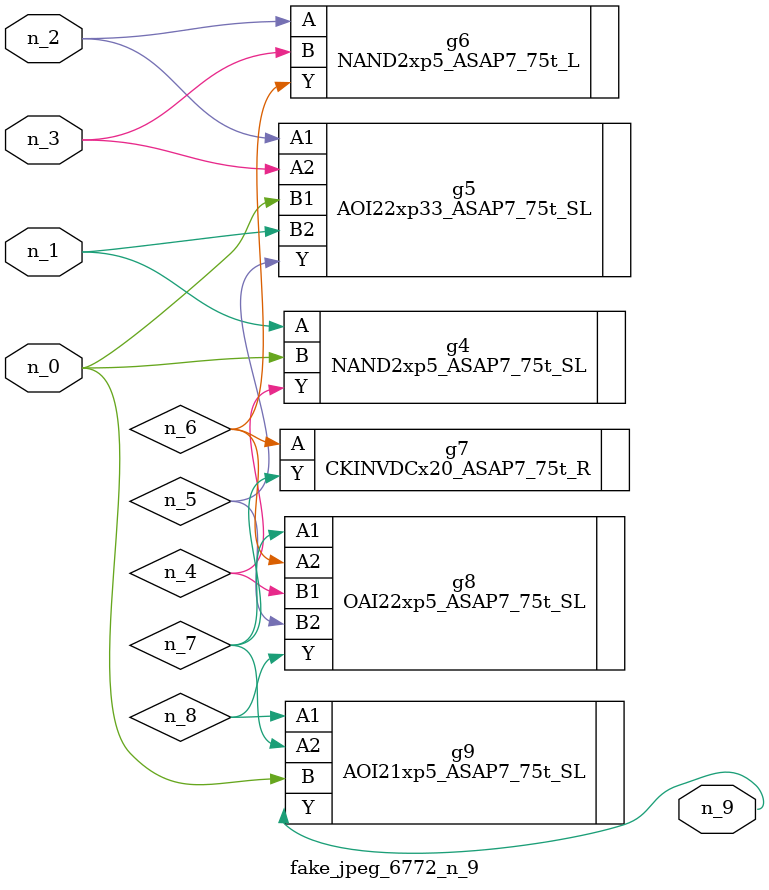
<source format=v>
module fake_jpeg_6772_n_9 (n_0, n_3, n_2, n_1, n_9);

input n_0;
input n_3;
input n_2;
input n_1;

output n_9;

wire n_4;
wire n_8;
wire n_6;
wire n_5;
wire n_7;

NAND2xp5_ASAP7_75t_SL g4 ( 
.A(n_1),
.B(n_0),
.Y(n_4)
);

AOI22xp33_ASAP7_75t_SL g5 ( 
.A1(n_2),
.A2(n_3),
.B1(n_0),
.B2(n_1),
.Y(n_5)
);

NAND2xp5_ASAP7_75t_L g6 ( 
.A(n_2),
.B(n_3),
.Y(n_6)
);

CKINVDCx20_ASAP7_75t_R g7 ( 
.A(n_6),
.Y(n_7)
);

OAI22xp5_ASAP7_75t_SL g8 ( 
.A1(n_7),
.A2(n_6),
.B1(n_4),
.B2(n_5),
.Y(n_8)
);

AOI21xp5_ASAP7_75t_SL g9 ( 
.A1(n_8),
.A2(n_7),
.B(n_0),
.Y(n_9)
);


endmodule
</source>
